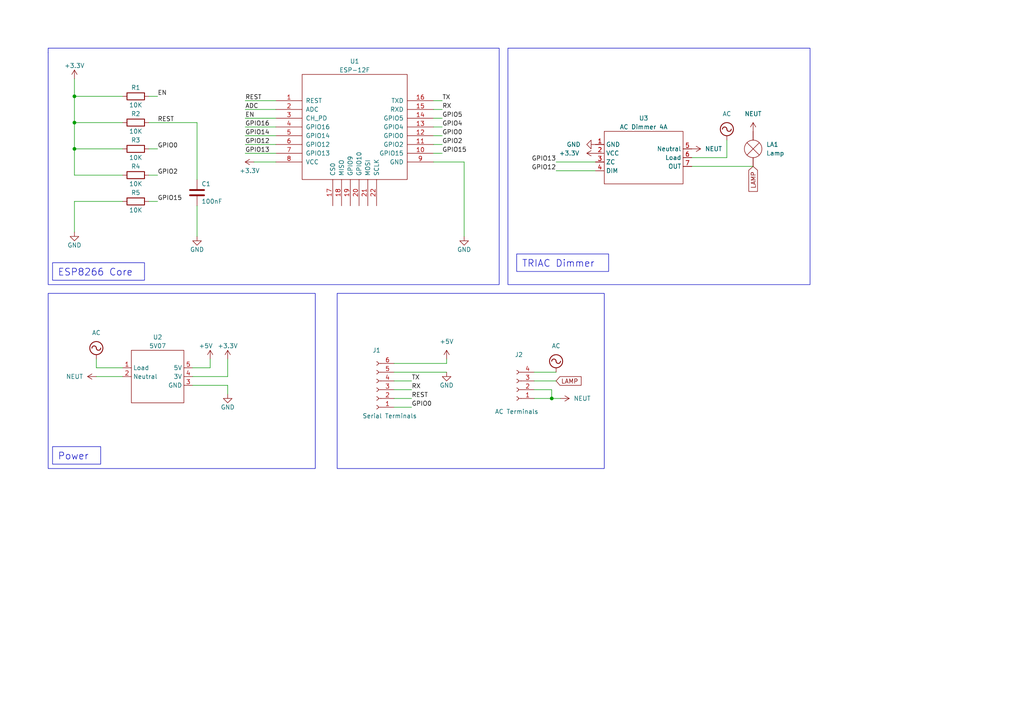
<source format=kicad_sch>
(kicad_sch (version 20230121) (generator eeschema)
  (paper "A4")
  (lib_symbols
    (symbol "5V07:5V07"
      (property "Reference" "U" (at 0 -2.54 0))
      (symbol "5V07_0_1"
        (rectangle (start -7.62 10.16) (end 7.62 -5.08))
      )
      (symbol "5V07_1_1"
        (pin input line (at -10.16 5.08 0) (length 2.54) (name "Load") (number "1"))
        (pin input line (at -10.16 2.54 0) (length 2.54) (name "Neutral") (number "2"))
        (pin output line (at 10.16 0 180) (length 2.54) (name "GND") (number "3"))
        (pin output line (at 10.16 2.54 180) (length 2.54) (name "3V") (number "4"))
        (pin output line (at 10.16 5.08 180) (length 2.54) (name "5V") (number "5"))
      )
    )
    (symbol "AC Dimmer 4A:AC_Dimmer_4A"
      (property "Reference" "U" (at 0 0 0))
      (symbol "AC_Dimmer_4A_0_1"
        (rectangle (start -11.43 7.62) (end 11.43 -7.62))
      )
      (symbol "AC_Dimmer_4A_1_1"
        (pin input line (at -13.97 3.81 0) (length 2.54) (name "GND") (number "1"))
        (pin input line (at -13.97 1.27 0) (length 2.54) (name "VCC") (number "2"))
        (pin output line (at -13.97 -1.27 0) (length 2.54) (name "ZC") (number "3"))
        (pin input line (at -13.97 -3.81 0) (length 2.54) (name "DIM") (number "4"))
        (pin input line (at 13.97 2.54 180) (length 2.54) (name "Neutral") (number "5"))
        (pin input line (at 13.97 0 180) (length 2.54) (name "Load") (number "6"))
        (pin input line (at 13.97 -2.54 180) (length 2.54) (name "OUT") (number "7"))
      )
    )
    (symbol "Connector:Conn_01x04_Socket" (pin_names (offset 1.016) hide)
      (property "Reference" "J" (at 0 5.08 0))
      (property "Value" "Conn_01x04_Socket" (at 0 -7.62 0))
      (symbol "Conn_01x04_Socket_1_1"
        (arc (start 0 -4.572) (mid -0.5058 -5.08) (end 0 -5.588) (stroke (width 0.1524)))
        (arc (start 0 -2.032) (mid -0.5058 -2.54) (end 0 -3.048) (stroke (width 0.1524)))
        (polyline (pts (xy -1.27 -5.08) (xy -0.508 -5.08)) (stroke (width 0.1524)))
        (polyline (pts (xy -1.27 -2.54) (xy -0.508 -2.54)) (stroke (width 0.1524)))
        (polyline (pts (xy -1.27 0) (xy -0.508 0)) (stroke (width 0.1524)))
        (polyline (pts (xy -1.27 2.54) (xy -0.508 2.54)) (stroke (width 0.1524)))
        (arc (start 0 0.508) (mid -0.5058 0) (end 0 -0.508) (stroke (width 0.1524)))
        (arc (start 0 3.048) (mid -0.5058 2.54) (end 0 2.032) (stroke (width 0.1524)))
        (pin passive line (at -5.08 2.54 0) (length 3.81) (name "Pin_1") (number "1"))
        (pin passive line (at -5.08 0 0) (length 3.81) (name "Pin_2") (number "2"))
        (pin passive line (at -5.08 -2.54 0) (length 3.81) (name "Pin_3") (number "3"))
        (pin passive line (at -5.08 -5.08 0) (length 3.81) (name "Pin_4") (number "4"))
      )
    )
    (symbol "Connector:Conn_01x06_Female" (pin_names (offset 1.016) hide)
      (property "Reference" "J" (at 0 7.62 0))
      (property "Value" "Conn_01x06_Female" (at 0 -10.16 0))
      (symbol "Conn_01x06_Female_1_1"
        (arc (start 0 -7.112) (mid -0.5058 -7.62) (end 0 -8.128) (stroke (width 0.1524)))
        (arc (start 0 -4.572) (mid -0.5058 -5.08) (end 0 -5.588) (stroke (width 0.1524)))
        (arc (start 0 -2.032) (mid -0.5058 -2.54) (end 0 -3.048) (stroke (width 0.1524)))
        (polyline (pts (xy -1.27 -7.62) (xy -0.508 -7.62)) (stroke (width 0.1524)))
        (polyline (pts (xy -1.27 -5.08) (xy -0.508 -5.08)) (stroke (width 0.1524)))
        (polyline (pts (xy -1.27 -2.54) (xy -0.508 -2.54)) (stroke (width 0.1524)))
        (polyline (pts (xy -1.27 0) (xy -0.508 0)) (stroke (width 0.1524)))
        (polyline (pts (xy -1.27 2.54) (xy -0.508 2.54)) (stroke (width 0.1524)))
        (polyline (pts (xy -1.27 5.08) (xy -0.508 5.08)) (stroke (width 0.1524)))
        (arc (start 0 0.508) (mid -0.5058 0) (end 0 -0.508) (stroke (width 0.1524)))
        (arc (start 0 3.048) (mid -0.5058 2.54) (end 0 2.032) (stroke (width 0.1524)))
        (arc (start 0 5.588) (mid -0.5058 5.08) (end 0 4.572) (stroke (width 0.1524)))
        (pin passive line (at -5.08 5.08 0) (length 3.81) (name "Pin_1") (number "1"))
        (pin passive line (at -5.08 2.54 0) (length 3.81) (name "Pin_2") (number "2"))
        (pin passive line (at -5.08 0 0) (length 3.81) (name "Pin_3") (number "3"))
        (pin passive line (at -5.08 -2.54 0) (length 3.81) (name "Pin_4") (number "4"))
        (pin passive line (at -5.08 -5.08 0) (length 3.81) (name "Pin_5") (number "5"))
        (pin passive line (at -5.08 -7.62 0) (length 3.81) (name "Pin_6") (number "6"))
      )
    )
    (symbol "Device:C" (pin_numbers hide) (pin_names (offset 0.254))
      (property "Reference" "C" (at 0.635 2.54 0))
      (property "Value" "C" (at 0.635 -2.54 0))
      (symbol "C_0_1"
        (polyline (pts (xy -2.032 -0.762) (xy 2.032 -0.762)) (stroke (width 0.508)))
        (polyline (pts (xy -2.032 0.762) (xy 2.032 0.762)) (stroke (width 0.508)))
      )
      (symbol "C_1_1"
        (pin passive line (at 0 3.81 270) (length 2.794) (name "~") (number "1"))
        (pin passive line (at 0 -3.81 90) (length 2.794) (name "~") (number "2"))
      )
    )
    (symbol "Device:Lamp" (pin_numbers hide) (pin_names (offset 0.0254) hide)
      (property "Reference" "LA" (at 0.635 3.81 0))
      (property "Value" "Lamp" (at 0.635 -3.81 0))
      (symbol "Lamp_0_1"
        (polyline (pts (xy -1.778 1.778) (xy 1.778 -1.778)))
        (polyline (pts (xy 1.778 1.778) (xy -1.778 -1.778)))
        (circle (center 0 0) (radius 2.54))
      )
      (symbol "Lamp_1_1"
        (pin passive line (at 0 -5.08 90) (length 2.54) (name "-") (number "1"))
        (pin passive line (at 0 5.08 270) (length 2.54) (name "+") (number "2"))
      )
    )
    (symbol "Device:R" (pin_numbers hide) (pin_names (offset 0))
      (property "Reference" "R" (at 2.032 0 90))
      (property "Value" "R" (at 0 0 90))
      (symbol "R_0_1"
        (rectangle (start -1.016 -2.54) (end 1.016 2.54) (stroke (width 0.254)))
      )
      (symbol "R_1_1"
        (pin passive line (at 0 3.81 270) (length 1.27) (name "~") (number "1"))
        (pin passive line (at 0 -3.81 90) (length 1.27) (name "~") (number "2"))
      )
    )
    (symbol "ESP8266:ESP-12F" (pin_names (offset 1.016))
      (property "Reference" "U" (at 0 -2.54 0))
      (property "Value" "ESP-12F" (at 0 2.54 0))
      (symbol "ESP-12F_1_0"
        (rectangle (start -15.24 -15.24) (end 15.24 15.24))
      )
      (symbol "ESP-12F_1_1"
        (pin input line (at -22.86 7.62 0) (length 7.62) (name "REST") (number "1"))
        (pin bidirectional line (at 22.86 -7.62 180) (length 7.62) (name "GPIO15") (number "10"))
        (pin bidirectional line (at 22.86 -5.08 180) (length 7.62) (name "GPIO2") (number "11"))
        (pin bidirectional line (at 22.86 -2.54 180) (length 7.62) (name "GPIO0") (number "12"))
        (pin bidirectional line (at 22.86 0 180) (length 7.62) (name "GPIO4") (number "13"))
        (pin bidirectional line (at 22.86 2.54 180) (length 7.62) (name "GPIO5") (number "14"))
        (pin input line (at 22.86 5.08 180) (length 7.62) (name "RXD") (number "15"))
        (pin output line (at 22.86 7.62 180) (length 7.62) (name "TXD") (number "16"))
        (pin bidirectional line (at -6.35 -22.86 90) (length 7.62) (name "CS0") (number "17"))
        (pin bidirectional line (at -3.81 -22.86 90) (length 7.62) (name "MISO") (number "18"))
        (pin bidirectional line (at -1.27 -22.86 90) (length 7.62) (name "GPIO9") (number "19"))
        (pin passive line (at -22.86 5.08 0) (length 7.62) (name "ADC") (number "2"))
        (pin bidirectional line (at 1.27 -22.86 90) (length 7.62) (name "GPIO10") (number "20"))
        (pin bidirectional line (at 3.81 -22.86 90) (length 7.62) (name "MOSI") (number "21"))
        (pin bidirectional line (at 6.35 -22.86 90) (length 7.62) (name "SCLK") (number "22"))
        (pin input line (at -22.86 2.54 0) (length 7.62) (name "CH_PD") (number "3"))
        (pin bidirectional line (at -22.86 0 0) (length 7.62) (name "GPIO16") (number "4"))
        (pin bidirectional line (at -22.86 -2.54 0) (length 7.62) (name "GPIO14") (number "5"))
        (pin bidirectional line (at -22.86 -5.08 0) (length 7.62) (name "GPIO12") (number "6"))
        (pin bidirectional line (at -22.86 -7.62 0) (length 7.62) (name "GPIO13") (number "7"))
        (pin power_in line (at -22.86 -10.16 0) (length 7.62) (name "VCC") (number "8"))
        (pin power_in line (at 22.86 -10.16 180) (length 7.62) (name "GND") (number "9"))
      )
    )
    (symbol "power:+3.3V" (power) (pin_names (offset 0))
      (property "Value" "+3.3V" (at 0 3.556 0))
      (symbol "+3.3V_0_1"
        (polyline (pts (xy -0.762 1.27) (xy 0 2.54)))
        (polyline (pts (xy 0 0) (xy 0 2.54)))
        (polyline (pts (xy 0 2.54) (xy 0.762 1.27)))
      )
      (symbol "+3.3V_1_1"
        (pin power_in line (at 0 0 90) (length 0) hide (name "+3.3V") (number "1"))
      )
    )
    (symbol "power:+5V" (power) (pin_names (offset 0))
      (property "Value" "+5V" (at 0 3.556 0))
      (symbol "+5V_0_1"
        (polyline (pts (xy -0.762 1.27) (xy 0 2.54)))
        (polyline (pts (xy 0 0) (xy 0 2.54)))
        (polyline (pts (xy 0 2.54) (xy 0.762 1.27)))
      )
      (symbol "+5V_1_1"
        (pin power_in line (at 0 0 90) (length 0) hide (name "+5V") (number "1"))
      )
    )
    (symbol "power:AC" (power) (pin_names (offset 0))
      (property "Value" "AC" (at 0 6.35 0))
      (symbol "AC_0_1"
        (polyline (pts (xy 0 0) (xy 0 1.27)))
        (arc (start 0 3.175) (mid -0.635 3.8073) (end -1.27 3.175) (stroke (width 0.254)))
        (arc (start 0 3.175) (mid 0.635 2.5427) (end 1.27 3.175) (stroke (width 0.254)))
        (circle (center 0 3.175) (radius 1.905) (stroke (width 0.254)))
      )
      (symbol "AC_1_1"
        (pin power_in line (at 0 0 90) (length 0) hide (name "AC") (number "1"))
      )
    )
    (symbol "power:GND" (power) (pin_names (offset 0))
      (property "Value" "GND" (at 0 -3.81 0))
      (symbol "GND_0_1"
        (polyline (pts (xy 0 0) (xy 0 -1.27) (xy 1.27 -1.27) (xy 0 -2.54) (xy -1.27 -1.27) (xy 0 -1.27)))
      )
      (symbol "GND_1_1"
        (pin power_in line (at 0 0 270) (length 0) hide (name "GND") (number "1"))
      )
    )
    (symbol "power:NEUT" (power) (pin_names (offset 0))
      (property "Value" "NEUT" (at 0 3.81 0))
      (symbol "NEUT_0_1"
        (polyline (pts (xy -0.762 1.27) (xy 0 2.54)))
        (polyline (pts (xy 0 0) (xy 0 2.54)))
        (polyline (pts (xy 0 2.54) (xy 0.762 1.27)))
      )
      (symbol "NEUT_1_1"
        (pin power_in line (at 0 0 90) (length 0) hide (name "NEUT") (number "1"))
      )
    )
  )
  (junction (at 160.02 115.57))
  (junction (at 21.59 27.94))
  (junction (at 21.59 43.18))
  (junction (at 21.59 35.56))
  (wire (pts (xy 114.3 107.95) (xy 129.54 107.95)))
  (wire (pts (xy 43.18 35.56) (xy 57.15 35.56)))
  (wire (pts (xy 55.88 109.22) (xy 66.04 109.22)))
  (wire (pts (xy 55.88 106.68) (xy 60.96 106.68)))
  (wire (pts (xy 160.02 115.57) (xy 162.56 115.57)))
  (wire (pts (xy 35.56 58.42) (xy 21.59 58.42)))
  (wire (pts (xy 27.94 106.68) (xy 35.56 106.68)))
  (wire (pts (xy 71.12 34.29) (xy 80.01 34.29)))
  (wire (pts (xy 35.56 43.18) (xy 21.59 43.18)))
  (wire (pts (xy 161.29 46.99) (xy 172.72 46.99)))
  (wire (pts (xy 129.54 105.41) (xy 129.54 104.14)))
  (wire (pts (xy 21.59 27.94) (xy 21.59 35.56)))
  (wire (pts (xy 45.72 50.8) (xy 43.18 50.8)))
  (wire (pts (xy 45.72 58.42) (xy 43.18 58.42)))
  (wire (pts (xy 154.94 115.57) (xy 160.02 115.57)))
  (wire (pts (xy 125.73 39.37) (xy 128.27 39.37)))
  (wire (pts (xy 114.3 118.11) (xy 119.38 118.11)))
  (wire (pts (xy 21.59 22.86) (xy 21.59 27.94)))
  (wire (pts (xy 45.72 27.94) (xy 43.18 27.94)))
  (wire (pts (xy 21.59 58.42) (xy 21.59 67.31)))
  (wire (pts (xy 57.15 52.07) (xy 57.15 35.56)))
  (wire (pts (xy 71.12 41.91) (xy 80.01 41.91)))
  (wire (pts (xy 27.94 104.14) (xy 27.94 106.68)))
  (wire (pts (xy 27.94 109.22) (xy 35.56 109.22)))
  (wire (pts (xy 66.04 111.76) (xy 66.04 114.3)))
  (wire (pts (xy 161.29 110.49) (xy 154.94 110.49)))
  (wire (pts (xy 60.96 106.68) (xy 60.96 104.14)))
  (wire (pts (xy 114.3 110.49) (xy 119.38 110.49)))
  (wire (pts (xy 128.27 31.75) (xy 125.73 31.75)))
  (wire (pts (xy 154.94 113.03) (xy 160.02 113.03)))
  (wire (pts (xy 35.56 35.56) (xy 21.59 35.56)))
  (wire (pts (xy 154.94 107.95) (xy 161.29 107.95)))
  (wire (pts (xy 35.56 27.94) (xy 21.59 27.94)))
  (wire (pts (xy 160.02 113.03) (xy 160.02 115.57)))
  (wire (pts (xy 21.59 43.18) (xy 21.59 50.8)))
  (wire (pts (xy 128.27 34.29) (xy 125.73 34.29)))
  (wire (pts (xy 71.12 31.75) (xy 80.01 31.75)))
  (wire (pts (xy 73.66 46.99) (xy 80.01 46.99)))
  (wire (pts (xy 55.88 111.76) (xy 66.04 111.76)))
  (wire (pts (xy 125.73 44.45) (xy 128.27 44.45)))
  (wire (pts (xy 57.15 59.69) (xy 57.15 68.58)))
  (wire (pts (xy 210.82 40.64) (xy 210.82 45.72)))
  (wire (pts (xy 218.44 48.26) (xy 200.66 48.26)))
  (wire (pts (xy 71.12 44.45) (xy 80.01 44.45)))
  (wire (pts (xy 71.12 36.83) (xy 80.01 36.83)))
  (wire (pts (xy 45.72 43.18) (xy 43.18 43.18)))
  (wire (pts (xy 128.27 29.21) (xy 125.73 29.21)))
  (wire (pts (xy 161.29 49.53) (xy 172.72 49.53)))
  (wire (pts (xy 128.27 36.83) (xy 125.73 36.83)))
  (wire (pts (xy 35.56 50.8) (xy 21.59 50.8)))
  (wire (pts (xy 71.12 39.37) (xy 80.01 39.37)))
  (wire (pts (xy 134.62 68.58) (xy 134.62 46.99)))
  (wire (pts (xy 71.12 29.21) (xy 80.01 29.21)))
  (wire (pts (xy 128.27 41.91) (xy 125.73 41.91)))
  (wire (pts (xy 21.59 35.56) (xy 21.59 43.18)))
  (wire (pts (xy 125.73 46.99) (xy 134.62 46.99)))
  (wire (pts (xy 200.66 45.72) (xy 210.82 45.72)))
  (wire (pts (xy 114.3 113.03) (xy 119.38 113.03)))
  (wire (pts (xy 66.04 109.22) (xy 66.04 104.14)))
  (wire (pts (xy 114.3 115.57) (xy 119.38 115.57)))
  (wire (pts (xy 114.3 105.41) (xy 129.54 105.41)))
  (rectangle (start 13.97 15.24) (end 13.97 15.24))
  (rectangle (start 13.97 85.09) (end 91.44 135.89))
  (rectangle (start 13.97 13.97) (end 144.78 82.55))
  (rectangle (start 97.79 85.09) (end 175.26 135.89))
  (rectangle (start 147.32 13.97) (end 234.95 82.55))
  (rectangle (start 13.97 15.24) (end 13.97 15.24))
  (text_box "ESP8266 Core" (at 15.24 76.2 0) (size 26.67 5.08) (effects (font (size 2 2)) (justify left top)))
  (text_box "Power" (at 15.24 129.54 0) (size 13.97 5.08) (effects (font (size 2 2)) (justify left top)))
  (text_box "TRIAC Dimmer" (at 149.86 73.66 0) (size 26.67 5.08) (effects (font (size 2 2)) (justify left top)))
  (label "GPIO2" (at 128.27 41.91 0))
  (label "ADC" (at 71.12 31.75 0))
  (label "RX" (at 119.38 113.03 0))
  (label "GPIO15" (at 45.72 58.42 0))
  (label "RX" (at 128.27 31.75 0))
  (label "EN" (at 71.12 34.29 0))
  (label "GPIO12" (at 71.12 41.91 0))
  (label "TX" (at 119.38 110.49 0))
  (label "GPIO5" (at 128.27 34.29 0))
  (label "GPIO13" (at 161.29 46.99 180))
  (label "REST" (at 119.38 115.57 0))
  (label "TX" (at 128.27 29.21 0))
  (label "GPIO13" (at 71.12 44.45 0))
  (label "REST" (at 45.72 35.56 0))
  (label "GPIO14" (at 71.12 39.37 0))
  (label "REST" (at 71.12 29.21 0))
  (label "GPIO16" (at 71.12 36.83 0))
  (label "EN" (at 45.72 27.94 0))
  (label "GPIO4" (at 128.27 36.83 0))
  (label "GPIO15" (at 128.27 44.45 0))
  (label "GPIO2" (at 45.72 50.8 0))
  (label "GPIO12" (at 161.29 49.53 180))
  (label "GPIO0" (at 45.72 43.18 0))
  (label "GPIO0" (at 119.38 118.11 0))
  (label "GPIO0" (at 128.27 39.37 0))
  (global_label "LAMP" (shape input) (at 161.29 110.49 0) (property "Intersheetrefs" "${INTERSHEET_REFS}" (effects hide)))
  (global_label "LAMP" (shape input) (at 218.44 48.26 270) (property "Intersheetrefs" "${INTERSHEET_REFS}" (effects hide)))
  (symbol (lib_id "power:AC") (at 161.29 107.95 0) (unit 1)
    (property "Reference" "#PWR019" (effects hide))
    (property "Value" "AC" (at 161.29 100.33 0))
  )
  (symbol (lib_id "Device:R") (at 39.37 35.56 90) (unit 1)
    (property "Reference" "R2" (at 39.37 33.02 90))
    (property "Value" "10K" (at 39.37 38.1 90))
    (property "Footprint" "Resistor_SMD:R_1206_3216Metric_Pad1.30x1.75mm_HandSolder" (effects hide))
  )
  (symbol (lib_id "Connector:Conn_01x06_Female") (at 109.22 113.03 180) (unit 1)
    (property "Reference" "J1" (at 109.22 101.6 0))
    (property "Value" "Serial Terminals" (at 113.03 120.65 0))
    (property "Footprint" "Connector_JST:JST_PH_B6B-PH-K_1x06_P2.00mm_Vertical" (effects hide))
  )
  (symbol (lib_id "power:NEUT") (at 218.44 38.1 0) (unit 1)
    (property "Reference" "#PWR017" (effects hide))
    (property "Value" "NEUT" (at 218.44 33.02 0))
  )
  (symbol (lib_id "Device:R") (at 39.37 58.42 90) (unit 1)
    (property "Reference" "R5" (at 39.37 55.88 90))
    (property "Value" "10K" (at 39.37 60.96 90))
    (property "Footprint" "Resistor_SMD:R_1206_3216Metric_Pad1.30x1.75mm_HandSolder" (effects hide))
  )
  (symbol (lib_id "power:GND") (at 21.59 67.31 0) (unit 1)
    (property "Reference" "#PWR02" (effects hide))
    (property "Value" "GND" (at 21.59 71.12 0))
  )
  (symbol (lib_id "power:GND") (at 134.62 68.58 0) (unit 1)
    (property "Reference" "#PWR05" (effects hide))
    (property "Value" "GND" (at 134.62 72.39 0))
  )
  (symbol (lib_id "power:NEUT") (at 162.56 115.57 270) (unit 1)
    (property "Reference" "#PWR018" (effects hide))
    (property "Value" "NEUT" (at 166.37 115.57 90) (effects (justify left)))
  )
  (symbol (lib_id "power:GND") (at 172.72 41.91 270) (unit 1)
    (property "Reference" "#PWR013" (effects hide))
    (property "Value" "GND" (at 166.37 41.91 90))
  )
  (symbol (lib_id "power:AC") (at 27.94 104.14 0) (unit 1)
    (property "Reference" "#PWR09" (effects hide))
    (property "Value" "AC" (at 27.94 96.52 0))
  )
  (symbol (lib_id "Device:R") (at 39.37 43.18 90) (unit 1)
    (property "Reference" "R3" (at 39.37 40.64 90))
    (property "Value" "10K" (at 39.37 45.72 90))
    (property "Footprint" "Resistor_SMD:R_1206_3216Metric_Pad1.30x1.75mm_HandSolder" (effects hide))
  )
  (symbol (lib_id "power:+5V") (at 129.54 104.14 0) (unit 1)
    (property "Reference" "#PWR06" (effects hide))
    (property "Value" "+5V" (at 129.54 99.06 0))
  )
  (symbol (lib_id "power:+3.3V") (at 73.66 46.99 90) (unit 1)
    (property "Reference" "#PWR04" (effects hide))
    (property "Value" "+3.3V" (at 72.39 49.53 90))
  )
  (symbol (lib_id "Device:C") (at 57.15 55.88 0) (unit 1)
    (property "Reference" "C1" (at 58.42 53.34 0) (effects (justify left)))
    (property "Value" "100nF" (at 58.42 58.42 0) (effects (justify left)))
    (property "Footprint" "Capacitor_SMD:C_1210_3225Metric_Pad1.33x2.70mm_HandSolder" (effects hide))
  )
  (symbol (lib_id "Connector:Conn_01x04_Socket") (at 149.86 113.03 180) (unit 1)
    (property "Reference" "J2" (at 150.495 102.87 0))
    (property "Value" "AC Terminals" (at 149.86 119.38 0))
    (property "Footprint" "TerminalBlock:TerminalBlock_bornier-4_P5.08mm" (effects hide))
  )
  (symbol (lib_id "power:NEUT") (at 200.66 43.18 270) (unit 1)
    (property "Reference" "#PWR016" (effects hide))
    (property "Value" "NEUT" (at 204.47 43.18 90) (effects (justify left)))
  )
  (symbol (lib_id "power:+5V") (at 60.96 104.14 0) (unit 1)
    (property "Reference" "#PWR011" (effects hide))
    (property "Value" "+5V" (at 59.69 100.33 0))
  )
  (symbol (lib_id "Device:R") (at 39.37 50.8 90) (unit 1)
    (property "Reference" "R4" (at 39.37 48.26 90))
    (property "Value" "10K" (at 39.37 53.34 90))
    (property "Footprint" "Resistor_SMD:R_1206_3216Metric_Pad1.30x1.75mm_HandSolder" (effects hide))
  )
  (symbol (lib_id "ESP8266:ESP-12F") (at 102.87 36.83 0) (unit 1)
    (property "Reference" "U1" (at 102.87 17.78 0))
    (property "Value" "ESP-12F" (at 102.87 20.32 0))
    (property "Footprint" "AA_Footprints:ESP-12E_SMD" (effects hide))
    (property "Datasheet" "http://l0l.org.uk/2014/12/esp8266-modules-hardware-guide-gotta-catch-em-all/" (effects hide))
  )
  (symbol (lib_id "5V07:5V07") (at 45.72 111.76 0) (unit 1)
    (property "Reference" "U2" (at 45.72 97.79 0))
    (property "Value" "5V07" (at 45.72 100.33 0))
    (property "Footprint" "AA_Footprints:5V07" (effects hide))
  )
  (symbol (lib_id "power:+3.3V") (at 66.04 104.14 0) (unit 1)
    (property "Reference" "#PWR010" (effects hide))
    (property "Value" "+3.3V" (at 66.04 100.33 0))
  )
  (symbol (lib_id "power:+3.3V") (at 21.59 22.86 0) (unit 1)
    (property "Reference" "#PWR01" (effects hide))
    (property "Value" "+3.3V" (at 21.59 19.05 0))
  )
  (symbol (lib_id "power:GND") (at 129.54 107.95 0) (unit 1)
    (property "Reference" "#PWR07" (effects hide))
    (property "Value" "GND" (at 129.54 111.76 0))
  )
  (symbol (lib_id "Device:Lamp") (at 218.44 43.18 0) (unit 1)
    (property "Reference" "LA1" (at 222.25 41.91 0) (effects (justify left)))
    (property "Value" "Lamp" (at 222.25 44.45 0) (effects (justify left)))
  )
  (symbol (lib_id "AC Dimmer 4A:AC_Dimmer_4A") (at 186.69 45.72 0) (unit 1)
    (property "Reference" "U3" (at 186.69 34.29 0))
    (property "Value" "AC Dimmer 4A" (at 186.69 36.83 0))
    (property "Footprint" "AA_Footprints:AC Dimmer 4A" (effects hide))
  )
  (symbol (lib_id "power:AC") (at 210.82 40.64 0) (unit 1)
    (property "Reference" "#PWR015" (effects hide))
    (property "Value" "AC" (at 210.82 33.02 0))
  )
  (symbol (lib_id "power:GND") (at 57.15 68.58 0) (unit 1)
    (property "Reference" "#PWR03" (effects hide))
    (property "Value" "GND" (at 57.15 72.39 0))
  )
  (symbol (lib_id "power:NEUT") (at 27.94 109.22 90) (unit 1)
    (property "Reference" "#PWR08" (effects hide))
    (property "Value" "NEUT" (at 24.13 109.22 90) (effects (justify left)))
  )
  (symbol (lib_id "power:+3.3V") (at 172.72 44.45 90) (unit 1)
    (property "Reference" "#PWR014" (effects hide))
    (property "Value" "+3.3V" (at 165.1 44.45 90))
  )
  (symbol (lib_id "power:GND") (at 66.04 114.3 0) (unit 1)
    (property "Reference" "#PWR012" (effects hide))
    (property "Value" "GND" (at 66.04 118.11 0))
  )
  (symbol (lib_id "Device:R") (at 39.37 27.94 90) (unit 1)
    (property "Reference" "R1" (at 39.37 25.4 90))
    (property "Value" "10K" (at 39.37 30.48 90))
    (property "Footprint" "Resistor_SMD:R_1206_3216Metric_Pad1.30x1.75mm_HandSolder" (effects hide))
  )
)
</source>
